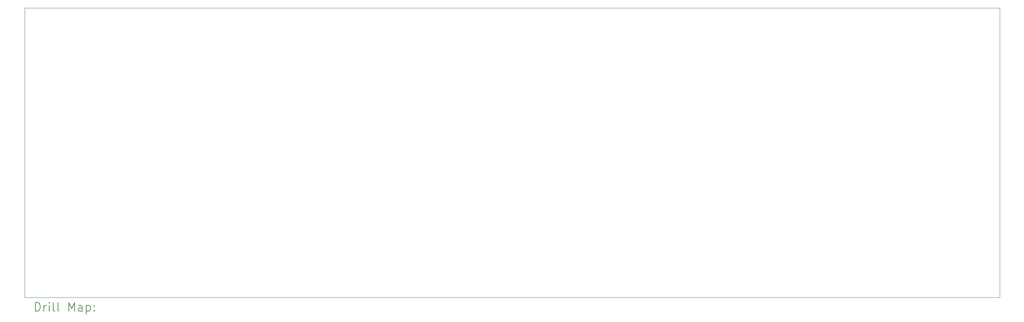
<source format=gbr>
%TF.GenerationSoftware,KiCad,Pcbnew,6.0.8+dfsg-1~bpo11+1*%
%TF.CreationDate,2023-05-30T17:00:45-04:00*%
%TF.ProjectId,10_padded_high_res_loose,31305f70-6164-4646-9564-5f686967685f,rev?*%
%TF.SameCoordinates,Original*%
%TF.FileFunction,Drillmap*%
%TF.FilePolarity,Positive*%
%FSLAX45Y45*%
G04 Gerber Fmt 4.5, Leading zero omitted, Abs format (unit mm)*
G04 Created by KiCad (PCBNEW 6.0.8+dfsg-1~bpo11+1) date 2023-05-30 17:00:45*
%MOMM*%
%LPD*%
G01*
G04 APERTURE LIST*
%ADD10C,0.100000*%
%ADD11C,0.200000*%
G04 APERTURE END LIST*
D10*
X4214000Y-4700000D02*
X27005000Y-4700000D01*
X27005000Y-4700000D02*
X27005000Y-11487000D01*
X27005000Y-11487000D02*
X4214000Y-11487000D01*
X4214000Y-11487000D02*
X4214000Y-4700000D01*
D11*
X4466619Y-11802476D02*
X4466619Y-11602476D01*
X4514238Y-11602476D01*
X4542810Y-11612000D01*
X4561857Y-11631048D01*
X4571381Y-11650095D01*
X4580905Y-11688190D01*
X4580905Y-11716762D01*
X4571381Y-11754857D01*
X4561857Y-11773905D01*
X4542810Y-11792952D01*
X4514238Y-11802476D01*
X4466619Y-11802476D01*
X4666619Y-11802476D02*
X4666619Y-11669143D01*
X4666619Y-11707238D02*
X4676143Y-11688190D01*
X4685667Y-11678667D01*
X4704714Y-11669143D01*
X4723762Y-11669143D01*
X4790429Y-11802476D02*
X4790429Y-11669143D01*
X4790429Y-11602476D02*
X4780905Y-11612000D01*
X4790429Y-11621524D01*
X4799952Y-11612000D01*
X4790429Y-11602476D01*
X4790429Y-11621524D01*
X4914238Y-11802476D02*
X4895190Y-11792952D01*
X4885667Y-11773905D01*
X4885667Y-11602476D01*
X5019000Y-11802476D02*
X4999952Y-11792952D01*
X4990429Y-11773905D01*
X4990429Y-11602476D01*
X5247571Y-11802476D02*
X5247571Y-11602476D01*
X5314238Y-11745333D01*
X5380905Y-11602476D01*
X5380905Y-11802476D01*
X5561857Y-11802476D02*
X5561857Y-11697714D01*
X5552333Y-11678667D01*
X5533286Y-11669143D01*
X5495190Y-11669143D01*
X5476143Y-11678667D01*
X5561857Y-11792952D02*
X5542810Y-11802476D01*
X5495190Y-11802476D01*
X5476143Y-11792952D01*
X5466619Y-11773905D01*
X5466619Y-11754857D01*
X5476143Y-11735809D01*
X5495190Y-11726286D01*
X5542810Y-11726286D01*
X5561857Y-11716762D01*
X5657095Y-11669143D02*
X5657095Y-11869143D01*
X5657095Y-11678667D02*
X5676143Y-11669143D01*
X5714238Y-11669143D01*
X5733286Y-11678667D01*
X5742809Y-11688190D01*
X5752333Y-11707238D01*
X5752333Y-11764381D01*
X5742809Y-11783428D01*
X5733286Y-11792952D01*
X5714238Y-11802476D01*
X5676143Y-11802476D01*
X5657095Y-11792952D01*
X5838048Y-11783428D02*
X5847571Y-11792952D01*
X5838048Y-11802476D01*
X5828524Y-11792952D01*
X5838048Y-11783428D01*
X5838048Y-11802476D01*
X5838048Y-11678667D02*
X5847571Y-11688190D01*
X5838048Y-11697714D01*
X5828524Y-11688190D01*
X5838048Y-11678667D01*
X5838048Y-11697714D01*
M02*

</source>
